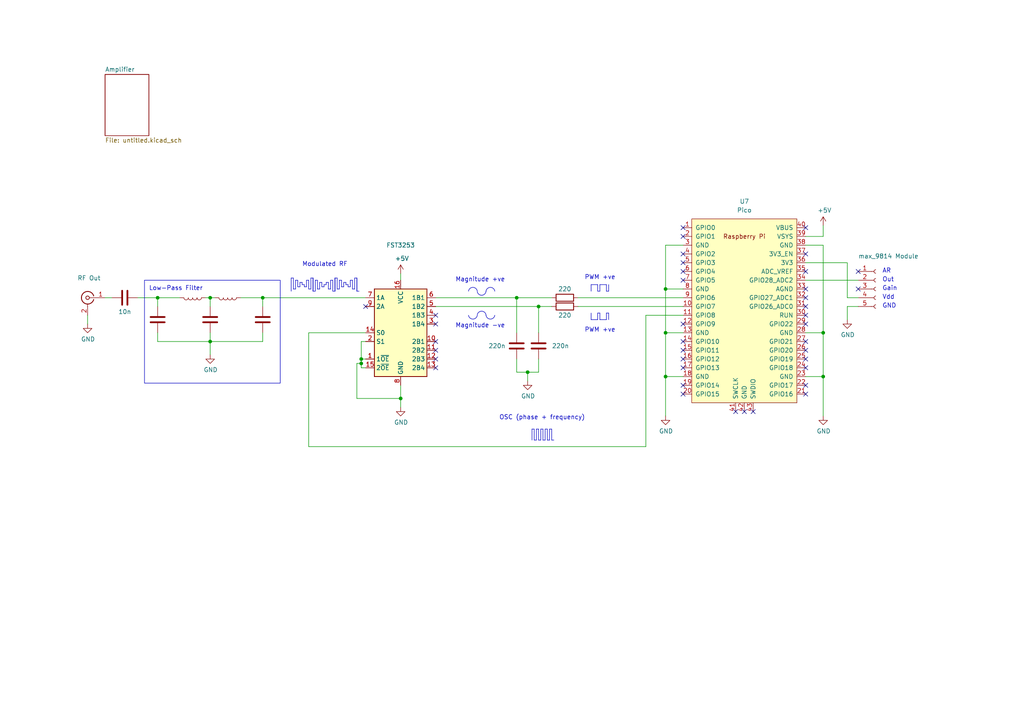
<source format=kicad_sch>
(kicad_sch (version 20230121) (generator eeschema)
  (paper "A4")
  (lib_symbols
    (symbol "Connector:Conn_01x05_Socket" (pin_names (offset 1.016) hide)
      (property "Reference" "J" (at 0 7.62 0))
      (property "Value" "Conn_01x05_Socket" (at 0 -7.62 0))
      (symbol "Conn_01x05_Socket_1_1"
        (arc (start 0 -4.572) (mid -0.5058 -5.08) (end 0 -5.588) (stroke (width 0.1524)))
        (arc (start 0 -2.032) (mid -0.5058 -2.54) (end 0 -3.048) (stroke (width 0.1524)))
        (polyline (pts (xy -1.27 -5.08) (xy -0.508 -5.08)) (stroke (width 0.1524)))
        (polyline (pts (xy -1.27 -2.54) (xy -0.508 -2.54)) (stroke (width 0.1524)))
        (polyline (pts (xy -1.27 0) (xy -0.508 0)) (stroke (width 0.1524)))
        (polyline (pts (xy -1.27 2.54) (xy -0.508 2.54)) (stroke (width 0.1524)))
        (polyline (pts (xy -1.27 5.08) (xy -0.508 5.08)) (stroke (width 0.1524)))
        (arc (start 0 0.508) (mid -0.5058 0) (end 0 -0.508) (stroke (width 0.1524)))
        (arc (start 0 3.048) (mid -0.5058 2.54) (end 0 2.032) (stroke (width 0.1524)))
        (arc (start 0 5.588) (mid -0.5058 5.08) (end 0 4.572) (stroke (width 0.1524)))
        (pin passive line (at -5.08 5.08 0) (length 3.81) (name "Pin_1") (number "1"))
        (pin passive line (at -5.08 2.54 0) (length 3.81) (name "Pin_2") (number "2"))
        (pin passive line (at -5.08 0 0) (length 3.81) (name "Pin_3") (number "3"))
        (pin passive line (at -5.08 -2.54 0) (length 3.81) (name "Pin_4") (number "4"))
        (pin passive line (at -5.08 -5.08 0) (length 3.81) (name "Pin_5") (number "5"))
      )
    )
    (symbol "Connector:Conn_Coaxial" (pin_names (offset 1.016) hide)
      (property "Reference" "J" (at 0.254 3.048 0))
      (property "Value" "Conn_Coaxial" (at 2.921 0 90))
      (symbol "Conn_Coaxial_0_1"
        (arc (start -1.778 -0.508) (mid 0.2311 -1.8066) (end 1.778 0) (stroke (width 0.254)))
        (polyline (pts (xy -2.54 0) (xy -0.508 0)))
        (polyline (pts (xy 0 -2.54) (xy 0 -1.778)))
        (circle (center 0 0) (radius 0.508) (stroke (width 0.2032)))
        (arc (start 1.778 0) (mid 0.2099 1.8101) (end -1.778 0.508) (stroke (width 0.254)))
      )
      (symbol "Conn_Coaxial_1_1"
        (pin passive line (at -5.08 0 0) (length 2.54) (name "In") (number "1"))
        (pin passive line (at 0 -5.08 90) (length 2.54) (name "Ext") (number "2"))
      )
    )
    (symbol "Device:C" (pin_numbers hide) (pin_names (offset 0.254))
      (property "Reference" "C" (at 0.635 2.54 0))
      (property "Value" "C" (at 0.635 -2.54 0))
      (symbol "C_0_1"
        (polyline (pts (xy -2.032 -0.762) (xy 2.032 -0.762)) (stroke (width 0.508)))
        (polyline (pts (xy -2.032 0.762) (xy 2.032 0.762)) (stroke (width 0.508)))
      )
      (symbol "C_1_1"
        (pin passive line (at 0 3.81 270) (length 2.794) (name "~") (number "1"))
        (pin passive line (at 0 -3.81 90) (length 2.794) (name "~") (number "2"))
      )
    )
    (symbol "Device:L" (pin_numbers hide) (pin_names (offset 1.016) hide)
      (property "Reference" "L" (at -1.27 0 90))
      (property "Value" "L" (at 1.905 0 90))
      (symbol "L_0_1"
        (arc (start 0 -2.54) (mid 0.6323 -1.905) (end 0 -1.27))
        (arc (start 0 -1.27) (mid 0.6323 -0.635) (end 0 0))
        (arc (start 0 0) (mid 0.6323 0.635) (end 0 1.27))
        (arc (start 0 1.27) (mid 0.6323 1.905) (end 0 2.54))
      )
      (symbol "L_1_1"
        (pin passive line (at 0 3.81 270) (length 1.27) (name "1") (number "1"))
        (pin passive line (at 0 -3.81 90) (length 1.27) (name "2") (number "2"))
      )
    )
    (symbol "Device:R" (pin_numbers hide) (pin_names (offset 0))
      (property "Reference" "R" (at 2.032 0 90))
      (property "Value" "R" (at 0 0 90))
      (symbol "R_0_1"
        (rectangle (start -1.016 -2.54) (end 1.016 2.54) (stroke (width 0.254)))
      )
      (symbol "R_1_1"
        (pin passive line (at 0 3.81 270) (length 1.27) (name "~") (number "1"))
        (pin passive line (at 0 -3.81 90) (length 1.27) (name "~") (number "2"))
      )
    )
    (symbol "RADIO-rescue:FST5253-xcvr_components"
      (property "Reference" "U" (at -7.62 13.97 0))
      (property "Value" "FST5253-xcvr_components" (at -11.43 -13.97 0))
      (symbol "FST5253-xcvr_components_0_1"
        (rectangle (start -7.62 12.7) (end 7.62 -12.7) (stroke (width 0.254)) (fill (type background)))
        (rectangle (start 7.62 -12.7) (end 7.62 -12.7))
      )
      (symbol "FST5253-xcvr_components_1_1"
        (pin input line (at -10.16 -7.62 0) (length 2.54) (name "1~{OE}") (number "1"))
        (pin bidirectional line (at 10.16 -2.54 180) (length 2.54) (name "2B1") (number "10"))
        (pin bidirectional line (at 10.16 -5.08 180) (length 2.54) (name "2B2") (number "11"))
        (pin bidirectional line (at 10.16 -7.62 180) (length 2.54) (name "2B3") (number "12"))
        (pin bidirectional line (at 10.16 -10.16 180) (length 2.54) (name "2B4") (number "13"))
        (pin input line (at -10.16 0 0) (length 2.54) (name "S0") (number "14"))
        (pin input line (at -10.16 -10.16 0) (length 2.54) (name "2~{OE}") (number "15"))
        (pin power_in line (at 0 15.24 270) (length 2.54) (name "VCC") (number "16"))
        (pin input line (at -10.16 -2.54 0) (length 2.54) (name "S1") (number "2"))
        (pin bidirectional line (at 10.16 2.54 180) (length 2.54) (name "1B4") (number "3"))
        (pin bidirectional line (at 10.16 5.08 180) (length 2.54) (name "1B3") (number "4"))
        (pin bidirectional line (at 10.16 7.62 180) (length 2.54) (name "1B2") (number "5"))
        (pin bidirectional line (at 10.16 10.16 180) (length 2.54) (name "1B1") (number "6"))
        (pin bidirectional line (at -10.16 10.16 0) (length 2.54) (name "1A") (number "7"))
        (pin power_in line (at 0 -15.24 90) (length 2.54) (name "GND") (number "8"))
        (pin bidirectional line (at -10.16 7.62 0) (length 2.54) (name "2A") (number "9"))
      )
    )
    (symbol "pico:Pico" (pin_names (offset 1.016))
      (property "Reference" "U2" (at 0 29.21 0))
      (property "Value" "Pico" (at 0 16.51 0))
      (symbol "Pico_0_0"
        (text "Raspberry Pi" (at 0 21.59 0) (effects (font (size 1.27 1.27))))
      )
      (symbol "Pico_0_1"
        (rectangle (start -15.24 26.67) (end 15.24 -26.67) (fill (type background)))
      )
      (symbol "Pico_1_1"
        (pin bidirectional line (at -17.78 24.13 0) (length 2.54) (name "GPIO0") (number "1"))
        (pin bidirectional line (at -17.78 1.27 0) (length 2.54) (name "GPIO7") (number "10"))
        (pin bidirectional line (at -17.78 -1.27 0) (length 2.54) (name "GPIO8") (number "11"))
        (pin bidirectional line (at -17.78 -3.81 0) (length 2.54) (name "GPIO9") (number "12"))
        (pin power_in line (at -17.78 -6.35 0) (length 2.54) (name "GND") (number "13"))
        (pin bidirectional line (at -17.78 -8.89 0) (length 2.54) (name "GPIO10") (number "14"))
        (pin bidirectional line (at -17.78 -11.43 0) (length 2.54) (name "GPIO11") (number "15"))
        (pin bidirectional line (at -17.78 -13.97 0) (length 2.54) (name "GPIO12") (number "16"))
        (pin bidirectional line (at -17.78 -16.51 0) (length 2.54) (name "GPIO13") (number "17"))
        (pin power_in line (at -17.78 -19.05 0) (length 2.54) (name "GND") (number "18"))
        (pin bidirectional line (at -17.78 -21.59 0) (length 2.54) (name "GPIO14") (number "19"))
        (pin bidirectional line (at -17.78 21.59 0) (length 2.54) (name "GPIO1") (number "2"))
        (pin bidirectional line (at -17.78 -24.13 0) (length 2.54) (name "GPIO15") (number "20"))
        (pin bidirectional line (at 17.78 -24.13 180) (length 2.54) (name "GPIO16") (number "21"))
        (pin bidirectional line (at 17.78 -21.59 180) (length 2.54) (name "GPIO17") (number "22"))
        (pin power_in line (at 17.78 -19.05 180) (length 2.54) (name "GND") (number "23"))
        (pin bidirectional line (at 17.78 -16.51 180) (length 2.54) (name "GPIO18") (number "24"))
        (pin bidirectional line (at 17.78 -13.97 180) (length 2.54) (name "GPIO19") (number "25"))
        (pin bidirectional line (at 17.78 -11.43 180) (length 2.54) (name "GPIO20") (number "26"))
        (pin bidirectional line (at 17.78 -8.89 180) (length 2.54) (name "GPIO21") (number "27"))
        (pin power_in line (at 17.78 -6.35 180) (length 2.54) (name "GND") (number "28"))
        (pin bidirectional line (at 17.78 -3.81 180) (length 2.54) (name "GPIO22") (number "29"))
        (pin power_in line (at -17.78 19.05 0) (length 2.54) (name "GND") (number "3"))
        (pin input line (at 17.78 -1.27 180) (length 2.54) (name "RUN") (number "30"))
        (pin bidirectional line (at 17.78 1.27 180) (length 2.54) (name "GPIO26_ADC0") (number "31"))
        (pin bidirectional line (at 17.78 3.81 180) (length 2.54) (name "GPIO27_ADC1") (number "32"))
        (pin power_in line (at 17.78 6.35 180) (length 2.54) (name "AGND") (number "33"))
        (pin bidirectional line (at 17.78 8.89 180) (length 2.54) (name "GPIO28_ADC2") (number "34"))
        (pin unspecified line (at 17.78 11.43 180) (length 2.54) (name "ADC_VREF") (number "35"))
        (pin unspecified line (at 17.78 13.97 180) (length 2.54) (name "3V3") (number "36"))
        (pin input line (at 17.78 16.51 180) (length 2.54) (name "3V3_EN") (number "37"))
        (pin bidirectional line (at 17.78 19.05 180) (length 2.54) (name "GND") (number "38"))
        (pin unspecified line (at 17.78 21.59 180) (length 2.54) (name "VSYS") (number "39"))
        (pin bidirectional line (at -17.78 16.51 0) (length 2.54) (name "GPIO2") (number "4"))
        (pin unspecified line (at 17.78 24.13 180) (length 2.54) (name "VBUS") (number "40"))
        (pin input line (at -2.54 -29.21 90) (length 2.54) (name "SWCLK") (number "41"))
        (pin power_in line (at 0 -29.21 90) (length 2.54) (name "GND") (number "42"))
        (pin bidirectional line (at 2.54 -29.21 90) (length 2.54) (name "SWDIO") (number "43"))
        (pin bidirectional line (at -17.78 13.97 0) (length 2.54) (name "GPIO3") (number "5"))
        (pin bidirectional line (at -17.78 11.43 0) (length 2.54) (name "GPIO4") (number "6"))
        (pin bidirectional line (at -17.78 8.89 0) (length 2.54) (name "GPIO5") (number "7"))
        (pin power_in line (at -17.78 6.35 0) (length 2.54) (name "GND") (number "8"))
        (pin bidirectional line (at -17.78 3.81 0) (length 2.54) (name "GPIO6") (number "9"))
      )
    )
    (symbol "power:+5V" (power) (pin_names (offset 0))
      (property "Value" "+5V" (at 0 3.556 0))
      (symbol "+5V_0_1"
        (polyline (pts (xy -0.762 1.27) (xy 0 2.54)))
        (polyline (pts (xy 0 0) (xy 0 2.54)))
        (polyline (pts (xy 0 2.54) (xy 0.762 1.27)))
      )
      (symbol "+5V_1_1"
        (pin power_in line (at 0 0 90) (length 0) hide (name "+5V") (number "1"))
      )
    )
    (symbol "power:GND" (power) (pin_names (offset 0))
      (property "Value" "GND" (at 0 -3.81 0))
      (symbol "GND_0_1"
        (polyline (pts (xy 0 0) (xy 0 -1.27) (xy 1.27 -1.27) (xy 0 -2.54) (xy -1.27 -1.27) (xy 0 -1.27)))
      )
      (symbol "GND_1_1"
        (pin power_in line (at 0 0 270) (length 0) hide (name "GND") (number "1"))
      )
    )
  )
  (junction (at 116.205 115.57))
  (junction (at 60.96 99.06))
  (junction (at 76.2 86.36))
  (junction (at 238.76 96.52))
  (junction (at 45.72 86.36))
  (junction (at 193.04 83.82))
  (junction (at 104.775 105.41))
  (junction (at 238.76 109.22))
  (junction (at 104.775 104.14))
  (junction (at 193.04 96.52))
  (junction (at 60.96 86.36))
  (junction (at 193.04 109.22))
  (junction (at 149.86 86.36))
  (junction (at 156.21 88.9))
  (junction (at 153.035 107.95))
  (no_connect (at 233.68 88.9))
  (no_connect (at 106.045 88.9))
  (no_connect (at 126.365 91.44))
  (no_connect (at 198.12 106.68))
  (no_connect (at 215.9 119.38))
  (no_connect (at 198.12 81.28))
  (no_connect (at 233.68 91.44))
  (no_connect (at 213.36 119.38))
  (no_connect (at 126.365 101.6))
  (no_connect (at 218.44 119.38))
  (no_connect (at 198.12 111.76))
  (no_connect (at 198.12 68.58))
  (no_connect (at 233.68 83.82))
  (no_connect (at 233.68 86.36))
  (no_connect (at 248.92 83.82))
  (no_connect (at 198.12 99.06))
  (no_connect (at 198.12 93.98))
  (no_connect (at 248.92 78.74))
  (no_connect (at 233.68 104.14))
  (no_connect (at 198.12 101.6))
  (no_connect (at 198.12 76.2))
  (no_connect (at 233.68 93.98))
  (no_connect (at 198.12 73.66))
  (no_connect (at 233.68 114.3))
  (no_connect (at 126.365 93.98))
  (no_connect (at 233.68 78.74))
  (no_connect (at 233.68 111.76))
  (no_connect (at 198.12 114.3))
  (no_connect (at 126.365 106.68))
  (no_connect (at 126.365 104.14))
  (no_connect (at 233.68 66.04))
  (no_connect (at 233.68 73.66))
  (no_connect (at 233.68 101.6))
  (no_connect (at 126.365 99.06))
  (no_connect (at 233.68 99.06))
  (no_connect (at 198.12 66.04))
  (no_connect (at 198.12 104.14))
  (no_connect (at 198.12 78.74))
  (no_connect (at 233.68 106.68))
  (polyline (pts (xy 85.09 83.82) (xy 85.725 83.82)))
  (polyline (pts (xy 85.09 80.645) (xy 85.09 83.82)))
  (polyline (pts (xy 94.615 81.915) (xy 95.25 81.915)))
  (polyline (pts (xy 92.71 81.915) (xy 93.345 81.915)))
  (polyline (pts (xy 95.25 83.82) (xy 95.885 83.82)))
  (polyline (pts (xy 101.6 81.28) (xy 101.6 83.185)))
  (wire (pts (xy 187.325 91.44) (xy 187.325 129.54)))
  (polyline (pts (xy 99.695 81.915) (xy 100.33 81.915)))
  (polyline (pts (xy 88.265 83.185) (xy 88.9 83.185)))
  (wire (pts (xy 76.2 96.52) (xy 76.2 99.06)))
  (wire (pts (xy 153.035 107.95) (xy 153.035 110.49)))
  (polyline (pts (xy 92.075 81.28) (xy 92.075 83.82)))
  (polyline (pts (xy 154.94 124.46) (xy 154.94 127.635)))
  (polyline (pts (xy 84.455 84.455) (xy 84.455 80.645)))
  (polyline (pts (xy 90.805 80.645) (xy 90.805 84.455)))
  (polyline (pts (xy 86.995 83.185) (xy 86.995 81.915)))
  (polyline (pts (xy 100.965 82.55) (xy 100.965 83.185)))
  (polyline (pts (xy 157.48 124.46) (xy 157.48 127.635)))
  (wire (pts (xy 45.72 86.36) (xy 45.72 88.9)))
  (polyline (pts (xy 96.52 81.28) (xy 96.52 84.455)))
  (polyline (pts (xy 89.535 81.28) (xy 89.535 83.82)))
  (polyline (pts (xy 85.725 83.82) (xy 85.725 81.28)))
  (wire (pts (xy 104.775 105.41) (xy 104.775 104.14)))
  (wire (pts (xy 193.04 71.12) (xy 193.04 83.82)))
  (polyline (pts (xy 102.235 83.82) (xy 102.87 83.82)))
  (polyline (pts (xy 90.17 80.645) (xy 90.805 80.645)))
  (polyline (pts (xy 173.99 84.455) (xy 173.99 82.55)))
  (polyline (pts (xy 95.25 83.82) (xy 95.25 81.915)))
  (polyline (pts (xy 173.355 90.805) (xy 173.99 90.805)))
  (wire (pts (xy 60.96 86.36) (xy 60.96 88.9)))
  (polyline (pts (xy 155.575 124.46) (xy 156.21 124.46)))
  (polyline (pts (xy 86.36 81.28) (xy 86.36 83.185)))
  (polyline (pts (xy 103.505 80.645) (xy 103.505 84.455)))
  (wire (pts (xy 104.775 106.68) (xy 104.775 105.41)))
  (polyline (pts (xy 87.63 81.915) (xy 87.63 82.55)))
  (polyline (pts (xy 86.36 83.185) (xy 86.995 83.185)))
  (polyline (pts (xy 175.895 90.805) (xy 176.53 90.805)))
  (polyline (pts (xy 93.345 81.915) (xy 93.345 83.185)))
  (polyline (pts (xy 156.845 127.635) (xy 156.845 124.46)))
  (polyline (pts (xy 88.265 82.55) (xy 88.265 83.185)))
  (wire (pts (xy 245.745 86.36) (xy 248.92 86.36)))
  (polyline (pts (xy 88.9 81.28) (xy 89.535 81.28)))
  (polyline (pts (xy 84.455 80.645) (xy 85.09 80.645)))
  (polyline (pts (xy 154.305 124.46) (xy 154.94 124.46)))
  (wire (pts (xy 116.205 111.76) (xy 116.205 115.57)))
  (polyline (pts (xy 173.99 90.805) (xy 173.99 92.71)))
  (wire (pts (xy 193.04 83.82) (xy 193.04 96.52)))
  (wire (pts (xy 193.04 96.52) (xy 193.04 109.22)))
  (polyline (pts (xy 103.505 80.645) (xy 103.505 84.455)))
  (polyline (pts (xy 97.155 80.645) (xy 97.79 80.645)))
  (wire (pts (xy 149.86 107.95) (xy 153.035 107.95)))
  (wire (pts (xy 167.64 86.36) (xy 198.12 86.36)))
  (polyline (pts (xy 156.845 124.46) (xy 157.48 124.46)))
  (wire (pts (xy 156.21 88.9) (xy 160.02 88.9)))
  (wire (pts (xy 233.68 76.2) (xy 245.745 76.2)))
  (polyline (pts (xy 92.71 83.82) (xy 92.71 81.915)))
  (polyline (pts (xy 157.48 127.635) (xy 158.115 127.635)))
  (polyline (pts (xy 90.805 80.645) (xy 90.805 84.455)))
  (wire (pts (xy 60.96 96.52) (xy 60.96 99.06)))
  (polyline (pts (xy 92.075 83.82) (xy 92.71 83.82)))
  (polyline (pts (xy 87.63 82.55) (xy 88.265 82.55)))
  (polyline (pts (xy 158.115 124.46) (xy 158.75 124.46)))
  (polyline (pts (xy 175.895 82.55) (xy 175.895 84.455)))
  (wire (pts (xy 104.775 104.14) (xy 106.045 104.14)))
  (wire (pts (xy 106.045 99.06) (xy 104.775 99.06)))
  (polyline (pts (xy 93.345 83.185) (xy 93.98 83.185)))
  (polyline (pts (xy 102.235 81.28) (xy 102.235 83.82)))
  (polyline (pts (xy 91.44 81.28) (xy 92.075 81.28)))
  (polyline (pts (xy 173.355 84.455) (xy 173.99 84.455)))
  (polyline (pts (xy 99.06 83.185) (xy 99.695 83.185)))
  (polyline (pts (xy 100.33 81.915) (xy 100.33 82.55)))
  (wire (pts (xy 198.12 109.22) (xy 193.04 109.22)))
  (polyline (pts (xy 99.06 81.28) (xy 99.06 83.185)))
  (wire (pts (xy 233.68 71.12) (xy 238.76 71.12)))
  (wire (pts (xy 193.04 109.22) (xy 193.04 120.65)))
  (wire (pts (xy 126.365 88.9) (xy 156.21 88.9)))
  (polyline (pts (xy 171.45 92.71) (xy 173.355 92.71)))
  (polyline (pts (xy 155.575 127.635) (xy 155.575 124.46)))
  (wire (pts (xy 103.505 105.41) (xy 103.505 115.57)))
  (wire (pts (xy 167.64 88.9) (xy 198.12 88.9)))
  (polyline (pts (xy 171.45 84.455) (xy 171.45 82.55)))
  (polyline (pts (xy 95.885 81.28) (xy 96.52 81.28)))
  (wire (pts (xy 187.325 91.44) (xy 198.12 91.44)))
  (polyline (pts (xy 90.17 83.82) (xy 90.17 80.645)))
  (polyline (pts (xy 156.21 124.46) (xy 156.21 127.635)))
  (wire (pts (xy 76.2 86.36) (xy 76.2 88.9)))
  (wire (pts (xy 238.76 96.52) (xy 238.76 109.22)))
  (wire (pts (xy 40.005 86.36) (xy 45.72 86.36)))
  (polyline (pts (xy 158.75 127.635) (xy 159.385 127.635)))
  (wire (pts (xy 238.76 109.22) (xy 238.76 120.65)))
  (polyline (pts (xy 176.53 82.55) (xy 176.53 84.455)))
  (wire (pts (xy 89.535 96.52) (xy 89.535 129.54)))
  (wire (pts (xy 116.205 79.375) (xy 116.205 81.28)))
  (polyline (pts (xy 176.53 90.805) (xy 176.53 92.71)))
  (polyline (pts (xy 100.33 82.55) (xy 100.965 82.55)))
  (wire (pts (xy 59.69 86.36) (xy 60.96 86.36)))
  (polyline (pts (xy 85.725 81.28) (xy 86.36 81.28)))
  (polyline (pts (xy 173.99 82.55) (xy 175.895 82.55)))
  (polyline (pts (xy 98.425 83.82) (xy 98.425 81.28)))
  (polyline (pts (xy 97.155 84.455) (xy 97.155 80.645)))
  (wire (pts (xy 153.035 107.95) (xy 156.21 107.95)))
  (polyline (pts (xy 86.995 81.915) (xy 87.63 81.915)))
  (polyline (pts (xy 93.98 83.185) (xy 93.98 82.55)))
  (polyline (pts (xy 97.79 83.82) (xy 98.425 83.82)))
  (wire (pts (xy 245.745 88.9) (xy 248.92 88.9)))
  (wire (pts (xy 60.96 86.36) (xy 62.23 86.36)))
  (polyline (pts (xy 171.45 82.55) (xy 173.355 82.55)))
  (wire (pts (xy 233.68 109.22) (xy 238.76 109.22)))
  (wire (pts (xy 149.86 86.36) (xy 149.86 96.52)))
  (wire (pts (xy 156.21 104.14) (xy 156.21 107.95)))
  (wire (pts (xy 103.505 115.57) (xy 116.205 115.57)))
  (polyline (pts (xy 101.6 81.28) (xy 102.235 81.28)))
  (wire (pts (xy 104.775 99.06) (xy 104.775 104.14)))
  (wire (pts (xy 60.96 99.06) (xy 76.2 99.06)))
  (polyline (pts (xy 93.98 82.55) (xy 94.615 82.55)))
  (polyline (pts (xy 103.505 84.455) (xy 104.14 84.455)))
  (wire (pts (xy 156.21 96.52) (xy 156.21 88.9)))
  (polyline (pts (xy 102.87 80.645) (xy 103.505 80.645)))
  (wire (pts (xy 233.68 81.28) (xy 248.92 81.28)))
  (wire (pts (xy 69.85 86.36) (xy 76.2 86.36)))
  (polyline (pts (xy 159.385 124.46) (xy 160.02 124.46)))
  (polyline (pts (xy 160.02 124.46) (xy 160.02 127.635)))
  (polyline (pts (xy 88.9 81.28) (xy 88.9 83.185)))
  (wire (pts (xy 126.365 86.36) (xy 149.86 86.36)))
  (polyline (pts (xy 95.885 83.82) (xy 95.885 81.28)))
  (polyline (pts (xy 158.75 124.46) (xy 158.75 127.635)))
  (polyline (pts (xy 99.695 83.185) (xy 99.695 81.915)))
  (wire (pts (xy 238.76 65.405) (xy 238.76 68.58)))
  (polyline (pts (xy 102.87 83.82) (xy 102.87 80.645)))
  (wire (pts (xy 106.045 106.68) (xy 104.775 106.68)))
  (wire (pts (xy 45.72 86.36) (xy 52.07 86.36)))
  (polyline (pts (xy 154.305 127.635) (xy 154.305 124.46)))
  (polyline (pts (xy 97.155 84.455) (xy 97.155 80.645)))
  (polyline (pts (xy 156.21 127.635) (xy 156.845 127.635)))
  (polyline (pts (xy 89.535 83.82) (xy 90.17 83.82)))
  (wire (pts (xy 245.745 76.2) (xy 245.745 86.36)))
  (wire (pts (xy 149.86 104.14) (xy 149.86 107.95)))
  (wire (pts (xy 25.4 91.44) (xy 25.4 93.98)))
  (polyline (pts (xy 173.99 92.71) (xy 175.895 92.71)))
  (polyline (pts (xy 173.355 92.71) (xy 173.355 90.805)))
  (wire (pts (xy 60.96 99.06) (xy 60.96 102.87)))
  (polyline (pts (xy 158.115 127.635) (xy 158.115 124.46)))
  (wire (pts (xy 245.745 92.71) (xy 245.745 88.9)))
  (polyline (pts (xy 90.805 84.455) (xy 91.44 84.455)))
  (wire (pts (xy 198.12 83.82) (xy 193.04 83.82)))
  (polyline (pts (xy 100.965 83.185) (xy 101.6 83.185)))
  (polyline (pts (xy 160.02 127.635) (xy 160.655 127.635)))
  (polyline (pts (xy 98.425 81.28) (xy 99.06 81.28)))
  (wire (pts (xy 76.2 86.36) (xy 106.045 86.36)))
  (polyline (pts (xy 96.52 84.455) (xy 97.155 84.455)))
  (polyline (pts (xy 91.44 84.455) (xy 91.44 81.28)))
  (polyline (pts (xy 175.895 84.455) (xy 176.53 84.455)))
  (wire (pts (xy 116.205 115.57) (xy 116.205 118.11)))
  (wire (pts (xy 233.68 96.52) (xy 238.76 96.52)))
  (polyline (pts (xy 97.79 80.645) (xy 97.79 83.82)))
  (polyline (pts (xy 175.895 92.71) (xy 175.895 90.805)))
  (wire (pts (xy 89.535 96.52) (xy 106.045 96.52)))
  (wire (pts (xy 198.12 71.12) (xy 193.04 71.12)))
  (wire (pts (xy 198.12 96.52) (xy 193.04 96.52)))
  (wire (pts (xy 30.48 86.36) (xy 32.385 86.36)))
  (polyline (pts (xy 159.385 127.635) (xy 159.385 124.46)))
  (wire (pts (xy 45.72 96.52) (xy 45.72 99.06)))
  (wire (pts (xy 149.86 86.36) (xy 160.02 86.36)))
  (polyline (pts (xy 171.45 90.805) (xy 171.45 92.71)))
  (polyline (pts (xy 154.94 127.635) (xy 155.575 127.635)))
  (wire (pts (xy 103.505 105.41) (xy 104.775 105.41)))
  (wire (pts (xy 187.325 129.54) (xy 89.535 129.54)))
  (polyline (pts (xy 94.615 82.55) (xy 94.615 81.915)))
  (polyline (pts (xy 173.355 82.55) (xy 173.355 84.455)))
  (wire (pts (xy 45.72 99.06) (xy 60.96 99.06)))
  (wire (pts (xy 233.68 68.58) (xy 238.76 68.58)))
  (wire (pts (xy 238.76 71.12) (xy 238.76 96.52)))
  (rectangle (start 41.91 81.28) (end 81.28 111.125))
  (arc (start 138.43 91.282) (mid 139.7697 90.2563) (end 140.97 91.44))
  (arc (start 143.51 91.44) (mid 142.24 92.5483) (end 140.97 91.44))
  (arc (start 140.97 84.455) (mid 142.24 83.3467) (end 143.51 84.455))
  (arc (start 135.89 84.455) (mid 137.16 83.348) (end 138.43 84.455))
  (arc (start 140.97 84.455) (mid 139.7685 85.6347) (end 138.43 84.613))
  (arc (start 138.43 91.44) (mid 137.16 92.547) (end 135.89 91.44))
  (text "Modulated RF" (at 87.63 77.47 0) (effects (font (size 1.27 1.27)) (justify left bottom)))
  (text "Magnitude -ve" (at 132.08 95.25 0) (effects (font (size 1.27 1.27)) (justify left bottom)))
  (text "PWM +ve" (at 169.545 81.28 0) (effects (font (size 1.27 1.27)) (justify left bottom)))
  (text "Gain" (at 255.905 84.455 0) (effects (font (size 1.27 1.27)) (justify left bottom)))
  (text "GND" (at 255.905 89.535 0) (effects (font (size 1.27 1.27)) (justify left bottom)))
  (text "Out" (at 255.905 81.915 0) (effects (font (size 1.27 1.27)) (justify left bottom)))
  (text "Low-Pass Filter" (at 43.18 84.455 0) (effects (font (size 1.27 1.27)) (justify left bottom)))
  (text "Vdd" (at 255.905 86.995 0) (effects (font (size 1.27 1.27)) (justify left bottom)))
  (text "OSC (phase + frequency)" (at 144.78 121.92 0) (effects (font (size 1.27 1.27)) (justify left bottom)))
  (text "PWM +ve" (at 169.545 96.52 0) (effects (font (size 1.27 1.27)) (justify left bottom)))
  (text "Magnitude +ve" (at 132.08 81.915 0) (effects (font (size 1.27 1.27)) (justify left bottom)))
  (text "AR" (at 255.905 79.375 0) (effects (font (size 1.27 1.27)) (justify left bottom)))
  (symbol (lib_id "Device:L") (at 66.04 86.36 270) (unit 1)
    (property "Reference" "L11" (effects hide))
    (property "Value" "2.2u" (effects hide))
    (property "Footprint" "Inductor_SMD:L_0805_2012Metric_Pad1.05x1.20mm_HandSolder" (effects hide))
  )
  (symbol (lib_id "Device:C") (at 149.86 100.33 180) (unit 1)
    (property "Reference" "C20" (effects hide))
    (property "Value" "220n" (at 144.145 100.33 0))
    (property "Footprint" "Capacitor_SMD:C_0805_2012Metric" (effects hide))
  )
  (symbol (lib_id "Device:R") (at 163.83 86.36 270) (unit 1)
    (property "Reference" "R9" (effects hide))
    (property "Value" "220" (at 165.735 83.82 90) (effects (justify right)))
    (property "Footprint" "Resistor_SMD:R_0805_2012Metric" (effects hide))
  )
  (symbol (lib_id "power:GND") (at 153.035 110.49 0) (unit 1)
    (property "Reference" "#PWR030" (effects hide))
    (property "Value" "GND" (at 153.162 114.8842 0))
  )
  (symbol (lib_id "Device:R") (at 163.83 88.9 270) (unit 1)
    (property "Reference" "R13" (effects hide))
    (property "Value" "220" (at 165.735 91.44 90) (effects (justify right)))
    (property "Footprint" "Resistor_SMD:R_0805_2012Metric" (effects hide))
  )
  (symbol (lib_id "Device:L") (at 55.88 86.36 270) (unit 1)
    (property "Reference" "L10" (effects hide))
    (property "Value" "2.2u" (effects hide))
    (property "Footprint" "Inductor_SMD:L_0805_2012Metric_Pad1.05x1.20mm_HandSolder" (effects hide))
  )
  (symbol (lib_id "power:GND") (at 193.04 120.65 0) (unit 1)
    (property "Reference" "#PWR031" (effects hide))
    (property "Value" "GND" (at 193.167 125.0442 0))
  )
  (symbol (lib_id "power:GND") (at 245.745 92.71 0) (unit 1)
    (property "Reference" "#PWR038" (effects hide))
    (property "Value" "GND" (at 245.872 97.1042 0))
  )
  (symbol (lib_id "power:+5V") (at 116.205 79.375 0) (unit 1)
    (property "Reference" "#PWR028" (effects hide))
    (property "Value" "+5V" (at 116.586 74.9808 0))
  )
  (symbol (lib_id "power:+5V") (at 238.76 65.405 0) (unit 1)
    (property "Reference" "#PWR036" (effects hide))
    (property "Value" "+5V" (at 239.141 61.0108 0))
  )
  (symbol (lib_id "Device:C") (at 76.2 92.71 180) (unit 1)
    (property "Reference" "C18" (effects hide))
    (property "Value" "1.5n" (effects hide))
    (property "Footprint" "Capacitor_SMD:C_0805_2012Metric" (effects hide))
  )
  (symbol (lib_id "Device:C") (at 36.195 86.36 270) (unit 1)
    (property "Reference" "C4" (effects hide))
    (property "Value" "10n" (at 36.195 90.424 90))
    (property "Footprint" "Capacitor_SMD:C_0805_2012Metric" (effects hide))
  )
  (symbol (lib_id "power:GND") (at 238.76 120.65 0) (unit 1)
    (property "Reference" "#PWR037" (effects hide))
    (property "Value" "GND" (at 238.887 125.0442 0))
  )
  (symbol (lib_id "Device:C") (at 60.96 92.71 180) (unit 1)
    (property "Reference" "C17" (effects hide))
    (property "Value" "2.2n" (effects hide))
    (property "Footprint" "Capacitor_SMD:C_0805_2012Metric" (effects hide))
  )
  (symbol (lib_id "pico:Pico") (at 215.9 90.17 0) (unit 1)
    (property "Reference" "U7" (at 215.9 58.42 0))
    (property "Value" "Pico" (at 215.9 60.96 0))
    (property "Footprint" "reciever:RPi_Pico_SMD_TH" (effects hide))
  )
  (symbol (lib_id "power:GND") (at 60.96 102.87 0) (unit 1)
    (property "Reference" "#PWR027" (effects hide))
    (property "Value" "GND" (at 61.087 107.2642 0))
  )
  (symbol (lib_id "power:GND") (at 25.4 93.98 0) (unit 1)
    (property "Reference" "#PWR026" (effects hide))
    (property "Value" "GND" (at 25.527 98.3742 0))
  )
  (symbol (lib_id "Connector:Conn_01x05_Socket") (at 254 83.82 0) (unit 1)
    (property "Reference" "J2" (effects hide))
    (property "Value" "max_9814 Module" (at 248.92 74.295 0) (effects (justify left)))
  )
  (symbol (lib_id "power:GND") (at 116.205 118.11 0) (unit 1)
    (property "Reference" "#PWR029" (effects hide))
    (property "Value" "GND" (at 116.332 122.5042 0))
  )
  (symbol (lib_id "Device:C") (at 45.72 92.71 180) (unit 1)
    (property "Reference" "C11" (effects hide))
    (property "Value" "1.5n" (effects hide))
    (property "Footprint" "Capacitor_SMD:C_0805_2012Metric" (effects hide))
  )
  (symbol (lib_id "RADIO-rescue:FST5253-xcvr_components") (at 116.205 96.52 0) (unit 1)
    (property "Reference" "U5" (effects hide))
    (property "Value" "FST3253" (at 116.205 71.12 0))
    (property "Footprint" "Package_SO:SOIC-16_3.9x9.9mm_P1.27mm" (effects hide))
    (property "Datasheet" "http://www.ti.com/lit/gpn/sn74cbt3253" (effects hide))
  )
  (symbol (lib_id "Device:C") (at 156.21 100.33 180) (unit 1)
    (property "Reference" "C23" (effects hide))
    (property "Value" "220n" (at 162.56 100.33 0))
    (property "Footprint" "Capacitor_SMD:C_0805_2012Metric" (effects hide))
  )
  (symbol (lib_id "Connector:Conn_Coaxial") (at 25.4 86.36 0) (mirror y) (unit 1)
    (property "Reference" "J1" (effects hide))
    (property "Value" "RF Out" (at 29.21 80.645 0) (effects (justify left)))
    (property "Footprint" "Connector_Coaxial:SMA_Samtec_SMA-J-P-X-ST-EM1_EdgeMount" (effects hide))
    (property "Datasheet" " ~" (effects hide))
  )
  (sheet (at 30.48 21.59) (size 12.7 17.78) (stroke (width 0.1524))
    (property "Sheetname" "Amplifier" (at 30.48 20.8784 0) (effects (justify left bottom)))
    (property "Sheetfile" "untitled.kicad_sch" (at 30.48 39.9546 0) (effects (justify left top)))
  )
)
</source>
